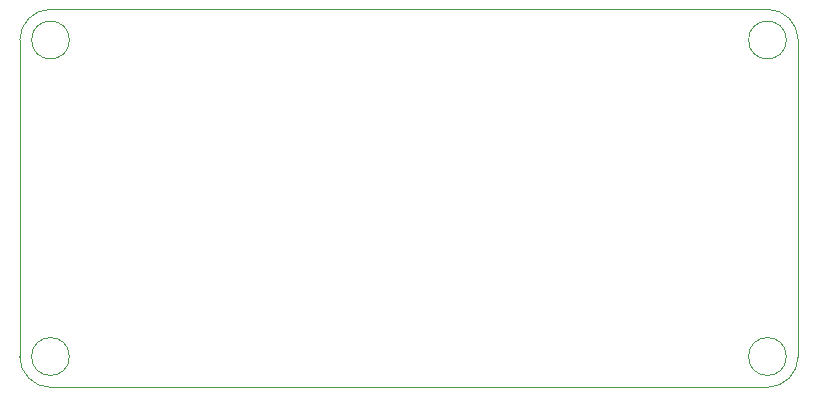
<source format=gbr>
%TF.GenerationSoftware,KiCad,Pcbnew,7.0.2*%
%TF.CreationDate,2023-05-11T00:09:11+08:00*%
%TF.ProjectId,LinuxDK,4c696e75-7844-44b2-9e6b-696361645f70,rev?*%
%TF.SameCoordinates,Original*%
%TF.FileFunction,Profile,NP*%
%FSLAX46Y46*%
G04 Gerber Fmt 4.6, Leading zero omitted, Abs format (unit mm)*
G04 Created by KiCad (PCBNEW 7.0.2) date 2023-05-11 00:09:11*
%MOMM*%
%LPD*%
G01*
G04 APERTURE LIST*
%TA.AperFunction,Profile*%
%ADD10C,0.050000*%
%TD*%
G04 APERTURE END LIST*
D10*
X112023478Y-109540522D02*
G75*
G03*
X112023478Y-109540522I-1600000J0D01*
G01*
X171123478Y-112140522D02*
X110423478Y-112140522D01*
X173723478Y-82740522D02*
X173723478Y-109540522D01*
X171123478Y-112140478D02*
G75*
G03*
X173723478Y-109540522I22J2599978D01*
G01*
X107823478Y-109540522D02*
X107823478Y-82740522D01*
X112023478Y-82740522D02*
G75*
G03*
X112023478Y-82740522I-1600000J0D01*
G01*
X172723478Y-109540522D02*
G75*
G03*
X172723478Y-109540522I-1600000J0D01*
G01*
X110423478Y-80140478D02*
G75*
G03*
X107823478Y-82740522I22J-2600022D01*
G01*
X173723478Y-82740522D02*
G75*
G03*
X171123478Y-80140522I-2599978J22D01*
G01*
X110423478Y-80140522D02*
X171123478Y-80140522D01*
X172723478Y-82740522D02*
G75*
G03*
X172723478Y-82740522I-1600000J0D01*
G01*
X107823478Y-109540522D02*
G75*
G03*
X110423478Y-112140522I2600022J22D01*
G01*
M02*

</source>
